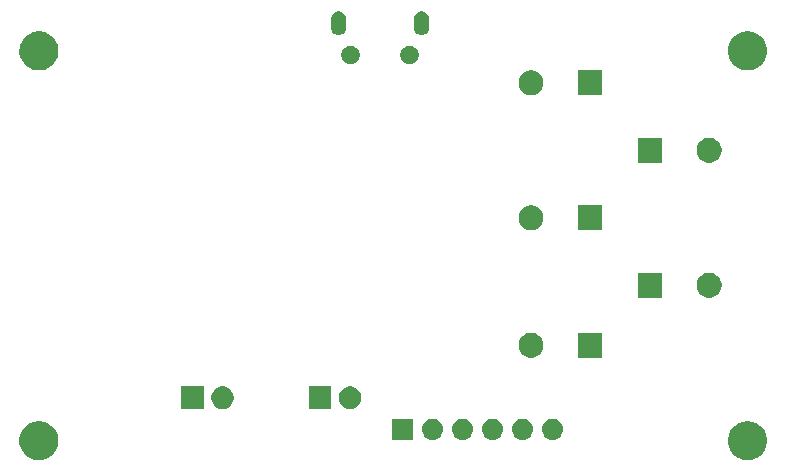
<source format=gbr>
G04 #@! TF.GenerationSoftware,KiCad,Pcbnew,(5.1.4)-1*
G04 #@! TF.CreationDate,2019-09-08T20:19:07+01:00*
G04 #@! TF.ProjectId,autoscreen,6175746f-7363-4726-9565-6e2e6b696361,rev?*
G04 #@! TF.SameCoordinates,Original*
G04 #@! TF.FileFunction,Soldermask,Bot*
G04 #@! TF.FilePolarity,Negative*
%FSLAX46Y46*%
G04 Gerber Fmt 4.6, Leading zero omitted, Abs format (unit mm)*
G04 Created by KiCad (PCBNEW (5.1.4)-1) date 2019-09-08 20:19:07*
%MOMM*%
%LPD*%
G04 APERTURE LIST*
%ADD10C,0.100000*%
G04 APERTURE END LIST*
D10*
G36*
X167375256Y-128391298D02*
G01*
X167481579Y-128412447D01*
X167694037Y-128500450D01*
X167762985Y-128529009D01*
X167782042Y-128536903D01*
X168052451Y-128717585D01*
X168282415Y-128947549D01*
X168463097Y-129217958D01*
X168587553Y-129518421D01*
X168651000Y-129837391D01*
X168651000Y-130162609D01*
X168587553Y-130481579D01*
X168463097Y-130782042D01*
X168282415Y-131052451D01*
X168052451Y-131282415D01*
X167782042Y-131463097D01*
X167481579Y-131587553D01*
X167375256Y-131608702D01*
X167162611Y-131651000D01*
X166837389Y-131651000D01*
X166624744Y-131608702D01*
X166518421Y-131587553D01*
X166217958Y-131463097D01*
X165947549Y-131282415D01*
X165717585Y-131052451D01*
X165536903Y-130782042D01*
X165412447Y-130481579D01*
X165349000Y-130162609D01*
X165349000Y-129837391D01*
X165412447Y-129518421D01*
X165536903Y-129217958D01*
X165717585Y-128947549D01*
X165947549Y-128717585D01*
X166217958Y-128536903D01*
X166237016Y-128529009D01*
X166305963Y-128500450D01*
X166518421Y-128412447D01*
X166624744Y-128391298D01*
X166837389Y-128349000D01*
X167162611Y-128349000D01*
X167375256Y-128391298D01*
X167375256Y-128391298D01*
G37*
G36*
X107375256Y-128391298D02*
G01*
X107481579Y-128412447D01*
X107694037Y-128500450D01*
X107762985Y-128529009D01*
X107782042Y-128536903D01*
X108052451Y-128717585D01*
X108282415Y-128947549D01*
X108463097Y-129217958D01*
X108587553Y-129518421D01*
X108651000Y-129837391D01*
X108651000Y-130162609D01*
X108587553Y-130481579D01*
X108463097Y-130782042D01*
X108282415Y-131052451D01*
X108052451Y-131282415D01*
X107782042Y-131463097D01*
X107481579Y-131587553D01*
X107375256Y-131608702D01*
X107162611Y-131651000D01*
X106837389Y-131651000D01*
X106624744Y-131608702D01*
X106518421Y-131587553D01*
X106217958Y-131463097D01*
X105947549Y-131282415D01*
X105717585Y-131052451D01*
X105536903Y-130782042D01*
X105412447Y-130481579D01*
X105349000Y-130162609D01*
X105349000Y-129837391D01*
X105412447Y-129518421D01*
X105536903Y-129217958D01*
X105717585Y-128947549D01*
X105947549Y-128717585D01*
X106217958Y-128536903D01*
X106237016Y-128529009D01*
X106305963Y-128500450D01*
X106518421Y-128412447D01*
X106624744Y-128391298D01*
X106837389Y-128349000D01*
X107162611Y-128349000D01*
X107375256Y-128391298D01*
X107375256Y-128391298D01*
G37*
G36*
X150605442Y-128137518D02*
G01*
X150671627Y-128144037D01*
X150841466Y-128195557D01*
X150997991Y-128279222D01*
X151033729Y-128308552D01*
X151135186Y-128391814D01*
X151218448Y-128493271D01*
X151247778Y-128529009D01*
X151331443Y-128685534D01*
X151382963Y-128855373D01*
X151400359Y-129032000D01*
X151382963Y-129208627D01*
X151331443Y-129378466D01*
X151247778Y-129534991D01*
X151218448Y-129570729D01*
X151135186Y-129672186D01*
X151033729Y-129755448D01*
X150997991Y-129784778D01*
X150841466Y-129868443D01*
X150671627Y-129919963D01*
X150605442Y-129926482D01*
X150539260Y-129933000D01*
X150450740Y-129933000D01*
X150384558Y-129926482D01*
X150318373Y-129919963D01*
X150148534Y-129868443D01*
X149992009Y-129784778D01*
X149956271Y-129755448D01*
X149854814Y-129672186D01*
X149771552Y-129570729D01*
X149742222Y-129534991D01*
X149658557Y-129378466D01*
X149607037Y-129208627D01*
X149589641Y-129032000D01*
X149607037Y-128855373D01*
X149658557Y-128685534D01*
X149742222Y-128529009D01*
X149771552Y-128493271D01*
X149854814Y-128391814D01*
X149956271Y-128308552D01*
X149992009Y-128279222D01*
X150148534Y-128195557D01*
X150318373Y-128144037D01*
X150384558Y-128137518D01*
X150450740Y-128131000D01*
X150539260Y-128131000D01*
X150605442Y-128137518D01*
X150605442Y-128137518D01*
G37*
G36*
X138696000Y-129933000D02*
G01*
X136894000Y-129933000D01*
X136894000Y-128131000D01*
X138696000Y-128131000D01*
X138696000Y-129933000D01*
X138696000Y-129933000D01*
G37*
G36*
X140445442Y-128137518D02*
G01*
X140511627Y-128144037D01*
X140681466Y-128195557D01*
X140837991Y-128279222D01*
X140873729Y-128308552D01*
X140975186Y-128391814D01*
X141058448Y-128493271D01*
X141087778Y-128529009D01*
X141171443Y-128685534D01*
X141222963Y-128855373D01*
X141240359Y-129032000D01*
X141222963Y-129208627D01*
X141171443Y-129378466D01*
X141087778Y-129534991D01*
X141058448Y-129570729D01*
X140975186Y-129672186D01*
X140873729Y-129755448D01*
X140837991Y-129784778D01*
X140681466Y-129868443D01*
X140511627Y-129919963D01*
X140445442Y-129926482D01*
X140379260Y-129933000D01*
X140290740Y-129933000D01*
X140224558Y-129926482D01*
X140158373Y-129919963D01*
X139988534Y-129868443D01*
X139832009Y-129784778D01*
X139796271Y-129755448D01*
X139694814Y-129672186D01*
X139611552Y-129570729D01*
X139582222Y-129534991D01*
X139498557Y-129378466D01*
X139447037Y-129208627D01*
X139429641Y-129032000D01*
X139447037Y-128855373D01*
X139498557Y-128685534D01*
X139582222Y-128529009D01*
X139611552Y-128493271D01*
X139694814Y-128391814D01*
X139796271Y-128308552D01*
X139832009Y-128279222D01*
X139988534Y-128195557D01*
X140158373Y-128144037D01*
X140224558Y-128137518D01*
X140290740Y-128131000D01*
X140379260Y-128131000D01*
X140445442Y-128137518D01*
X140445442Y-128137518D01*
G37*
G36*
X142985442Y-128137518D02*
G01*
X143051627Y-128144037D01*
X143221466Y-128195557D01*
X143377991Y-128279222D01*
X143413729Y-128308552D01*
X143515186Y-128391814D01*
X143598448Y-128493271D01*
X143627778Y-128529009D01*
X143711443Y-128685534D01*
X143762963Y-128855373D01*
X143780359Y-129032000D01*
X143762963Y-129208627D01*
X143711443Y-129378466D01*
X143627778Y-129534991D01*
X143598448Y-129570729D01*
X143515186Y-129672186D01*
X143413729Y-129755448D01*
X143377991Y-129784778D01*
X143221466Y-129868443D01*
X143051627Y-129919963D01*
X142985442Y-129926482D01*
X142919260Y-129933000D01*
X142830740Y-129933000D01*
X142764558Y-129926482D01*
X142698373Y-129919963D01*
X142528534Y-129868443D01*
X142372009Y-129784778D01*
X142336271Y-129755448D01*
X142234814Y-129672186D01*
X142151552Y-129570729D01*
X142122222Y-129534991D01*
X142038557Y-129378466D01*
X141987037Y-129208627D01*
X141969641Y-129032000D01*
X141987037Y-128855373D01*
X142038557Y-128685534D01*
X142122222Y-128529009D01*
X142151552Y-128493271D01*
X142234814Y-128391814D01*
X142336271Y-128308552D01*
X142372009Y-128279222D01*
X142528534Y-128195557D01*
X142698373Y-128144037D01*
X142764558Y-128137518D01*
X142830740Y-128131000D01*
X142919260Y-128131000D01*
X142985442Y-128137518D01*
X142985442Y-128137518D01*
G37*
G36*
X145525442Y-128137518D02*
G01*
X145591627Y-128144037D01*
X145761466Y-128195557D01*
X145917991Y-128279222D01*
X145953729Y-128308552D01*
X146055186Y-128391814D01*
X146138448Y-128493271D01*
X146167778Y-128529009D01*
X146251443Y-128685534D01*
X146302963Y-128855373D01*
X146320359Y-129032000D01*
X146302963Y-129208627D01*
X146251443Y-129378466D01*
X146167778Y-129534991D01*
X146138448Y-129570729D01*
X146055186Y-129672186D01*
X145953729Y-129755448D01*
X145917991Y-129784778D01*
X145761466Y-129868443D01*
X145591627Y-129919963D01*
X145525442Y-129926482D01*
X145459260Y-129933000D01*
X145370740Y-129933000D01*
X145304558Y-129926482D01*
X145238373Y-129919963D01*
X145068534Y-129868443D01*
X144912009Y-129784778D01*
X144876271Y-129755448D01*
X144774814Y-129672186D01*
X144691552Y-129570729D01*
X144662222Y-129534991D01*
X144578557Y-129378466D01*
X144527037Y-129208627D01*
X144509641Y-129032000D01*
X144527037Y-128855373D01*
X144578557Y-128685534D01*
X144662222Y-128529009D01*
X144691552Y-128493271D01*
X144774814Y-128391814D01*
X144876271Y-128308552D01*
X144912009Y-128279222D01*
X145068534Y-128195557D01*
X145238373Y-128144037D01*
X145304558Y-128137518D01*
X145370740Y-128131000D01*
X145459260Y-128131000D01*
X145525442Y-128137518D01*
X145525442Y-128137518D01*
G37*
G36*
X148065442Y-128137518D02*
G01*
X148131627Y-128144037D01*
X148301466Y-128195557D01*
X148457991Y-128279222D01*
X148493729Y-128308552D01*
X148595186Y-128391814D01*
X148678448Y-128493271D01*
X148707778Y-128529009D01*
X148791443Y-128685534D01*
X148842963Y-128855373D01*
X148860359Y-129032000D01*
X148842963Y-129208627D01*
X148791443Y-129378466D01*
X148707778Y-129534991D01*
X148678448Y-129570729D01*
X148595186Y-129672186D01*
X148493729Y-129755448D01*
X148457991Y-129784778D01*
X148301466Y-129868443D01*
X148131627Y-129919963D01*
X148065442Y-129926482D01*
X147999260Y-129933000D01*
X147910740Y-129933000D01*
X147844558Y-129926482D01*
X147778373Y-129919963D01*
X147608534Y-129868443D01*
X147452009Y-129784778D01*
X147416271Y-129755448D01*
X147314814Y-129672186D01*
X147231552Y-129570729D01*
X147202222Y-129534991D01*
X147118557Y-129378466D01*
X147067037Y-129208627D01*
X147049641Y-129032000D01*
X147067037Y-128855373D01*
X147118557Y-128685534D01*
X147202222Y-128529009D01*
X147231552Y-128493271D01*
X147314814Y-128391814D01*
X147416271Y-128308552D01*
X147452009Y-128279222D01*
X147608534Y-128195557D01*
X147778373Y-128144037D01*
X147844558Y-128137518D01*
X147910740Y-128131000D01*
X147999260Y-128131000D01*
X148065442Y-128137518D01*
X148065442Y-128137518D01*
G37*
G36*
X120966000Y-127316000D02*
G01*
X119064000Y-127316000D01*
X119064000Y-125414000D01*
X120966000Y-125414000D01*
X120966000Y-127316000D01*
X120966000Y-127316000D01*
G37*
G36*
X131761000Y-127316000D02*
G01*
X129859000Y-127316000D01*
X129859000Y-125414000D01*
X131761000Y-125414000D01*
X131761000Y-127316000D01*
X131761000Y-127316000D01*
G37*
G36*
X133627395Y-125450546D02*
G01*
X133800466Y-125522234D01*
X133800467Y-125522235D01*
X133956227Y-125626310D01*
X134088690Y-125758773D01*
X134088691Y-125758775D01*
X134192766Y-125914534D01*
X134264454Y-126087605D01*
X134301000Y-126271333D01*
X134301000Y-126458667D01*
X134264454Y-126642395D01*
X134192766Y-126815466D01*
X134192765Y-126815467D01*
X134088690Y-126971227D01*
X133956227Y-127103690D01*
X133877818Y-127156081D01*
X133800466Y-127207766D01*
X133627395Y-127279454D01*
X133443667Y-127316000D01*
X133256333Y-127316000D01*
X133072605Y-127279454D01*
X132899534Y-127207766D01*
X132822182Y-127156081D01*
X132743773Y-127103690D01*
X132611310Y-126971227D01*
X132507235Y-126815467D01*
X132507234Y-126815466D01*
X132435546Y-126642395D01*
X132399000Y-126458667D01*
X132399000Y-126271333D01*
X132435546Y-126087605D01*
X132507234Y-125914534D01*
X132611309Y-125758775D01*
X132611310Y-125758773D01*
X132743773Y-125626310D01*
X132899533Y-125522235D01*
X132899534Y-125522234D01*
X133072605Y-125450546D01*
X133256333Y-125414000D01*
X133443667Y-125414000D01*
X133627395Y-125450546D01*
X133627395Y-125450546D01*
G37*
G36*
X122832395Y-125450546D02*
G01*
X123005466Y-125522234D01*
X123005467Y-125522235D01*
X123161227Y-125626310D01*
X123293690Y-125758773D01*
X123293691Y-125758775D01*
X123397766Y-125914534D01*
X123469454Y-126087605D01*
X123506000Y-126271333D01*
X123506000Y-126458667D01*
X123469454Y-126642395D01*
X123397766Y-126815466D01*
X123397765Y-126815467D01*
X123293690Y-126971227D01*
X123161227Y-127103690D01*
X123082818Y-127156081D01*
X123005466Y-127207766D01*
X122832395Y-127279454D01*
X122648667Y-127316000D01*
X122461333Y-127316000D01*
X122277605Y-127279454D01*
X122104534Y-127207766D01*
X122027182Y-127156081D01*
X121948773Y-127103690D01*
X121816310Y-126971227D01*
X121712235Y-126815467D01*
X121712234Y-126815466D01*
X121640546Y-126642395D01*
X121604000Y-126458667D01*
X121604000Y-126271333D01*
X121640546Y-126087605D01*
X121712234Y-125914534D01*
X121816309Y-125758775D01*
X121816310Y-125758773D01*
X121948773Y-125626310D01*
X122104533Y-125522235D01*
X122104534Y-125522234D01*
X122277605Y-125450546D01*
X122461333Y-125414000D01*
X122648667Y-125414000D01*
X122832395Y-125450546D01*
X122832395Y-125450546D01*
G37*
G36*
X154721000Y-122971000D02*
G01*
X152619000Y-122971000D01*
X152619000Y-120869000D01*
X154721000Y-120869000D01*
X154721000Y-122971000D01*
X154721000Y-122971000D01*
G37*
G36*
X148976564Y-120909389D02*
G01*
X149167833Y-120988615D01*
X149167835Y-120988616D01*
X149339973Y-121103635D01*
X149486365Y-121250027D01*
X149601385Y-121422167D01*
X149680611Y-121613436D01*
X149721000Y-121816484D01*
X149721000Y-122023516D01*
X149680611Y-122226564D01*
X149601385Y-122417833D01*
X149601384Y-122417835D01*
X149486365Y-122589973D01*
X149339973Y-122736365D01*
X149167835Y-122851384D01*
X149167834Y-122851385D01*
X149167833Y-122851385D01*
X148976564Y-122930611D01*
X148773516Y-122971000D01*
X148566484Y-122971000D01*
X148363436Y-122930611D01*
X148172167Y-122851385D01*
X148172166Y-122851385D01*
X148172165Y-122851384D01*
X148000027Y-122736365D01*
X147853635Y-122589973D01*
X147738616Y-122417835D01*
X147738615Y-122417833D01*
X147659389Y-122226564D01*
X147619000Y-122023516D01*
X147619000Y-121816484D01*
X147659389Y-121613436D01*
X147738615Y-121422167D01*
X147853635Y-121250027D01*
X148000027Y-121103635D01*
X148172165Y-120988616D01*
X148172167Y-120988615D01*
X148363436Y-120909389D01*
X148566484Y-120869000D01*
X148773516Y-120869000D01*
X148976564Y-120909389D01*
X148976564Y-120909389D01*
G37*
G36*
X159801000Y-117891000D02*
G01*
X157699000Y-117891000D01*
X157699000Y-115789000D01*
X159801000Y-115789000D01*
X159801000Y-117891000D01*
X159801000Y-117891000D01*
G37*
G36*
X164056564Y-115829389D02*
G01*
X164247833Y-115908615D01*
X164247835Y-115908616D01*
X164419973Y-116023635D01*
X164566365Y-116170027D01*
X164681385Y-116342167D01*
X164760611Y-116533436D01*
X164801000Y-116736484D01*
X164801000Y-116943516D01*
X164760611Y-117146564D01*
X164681385Y-117337833D01*
X164681384Y-117337835D01*
X164566365Y-117509973D01*
X164419973Y-117656365D01*
X164247835Y-117771384D01*
X164247834Y-117771385D01*
X164247833Y-117771385D01*
X164056564Y-117850611D01*
X163853516Y-117891000D01*
X163646484Y-117891000D01*
X163443436Y-117850611D01*
X163252167Y-117771385D01*
X163252166Y-117771385D01*
X163252165Y-117771384D01*
X163080027Y-117656365D01*
X162933635Y-117509973D01*
X162818616Y-117337835D01*
X162818615Y-117337833D01*
X162739389Y-117146564D01*
X162699000Y-116943516D01*
X162699000Y-116736484D01*
X162739389Y-116533436D01*
X162818615Y-116342167D01*
X162933635Y-116170027D01*
X163080027Y-116023635D01*
X163252165Y-115908616D01*
X163252167Y-115908615D01*
X163443436Y-115829389D01*
X163646484Y-115789000D01*
X163853516Y-115789000D01*
X164056564Y-115829389D01*
X164056564Y-115829389D01*
G37*
G36*
X148976564Y-110114389D02*
G01*
X149167833Y-110193615D01*
X149167835Y-110193616D01*
X149339973Y-110308635D01*
X149486365Y-110455027D01*
X149601385Y-110627167D01*
X149680611Y-110818436D01*
X149721000Y-111021484D01*
X149721000Y-111228516D01*
X149680611Y-111431564D01*
X149601385Y-111622833D01*
X149601384Y-111622835D01*
X149486365Y-111794973D01*
X149339973Y-111941365D01*
X149167835Y-112056384D01*
X149167834Y-112056385D01*
X149167833Y-112056385D01*
X148976564Y-112135611D01*
X148773516Y-112176000D01*
X148566484Y-112176000D01*
X148363436Y-112135611D01*
X148172167Y-112056385D01*
X148172166Y-112056385D01*
X148172165Y-112056384D01*
X148000027Y-111941365D01*
X147853635Y-111794973D01*
X147738616Y-111622835D01*
X147738615Y-111622833D01*
X147659389Y-111431564D01*
X147619000Y-111228516D01*
X147619000Y-111021484D01*
X147659389Y-110818436D01*
X147738615Y-110627167D01*
X147853635Y-110455027D01*
X148000027Y-110308635D01*
X148172165Y-110193616D01*
X148172167Y-110193615D01*
X148363436Y-110114389D01*
X148566484Y-110074000D01*
X148773516Y-110074000D01*
X148976564Y-110114389D01*
X148976564Y-110114389D01*
G37*
G36*
X154721000Y-112176000D02*
G01*
X152619000Y-112176000D01*
X152619000Y-110074000D01*
X154721000Y-110074000D01*
X154721000Y-112176000D01*
X154721000Y-112176000D01*
G37*
G36*
X164056564Y-104399389D02*
G01*
X164247833Y-104478615D01*
X164247835Y-104478616D01*
X164419973Y-104593635D01*
X164566365Y-104740027D01*
X164681385Y-104912167D01*
X164760611Y-105103436D01*
X164801000Y-105306484D01*
X164801000Y-105513516D01*
X164760611Y-105716564D01*
X164681385Y-105907833D01*
X164681384Y-105907835D01*
X164566365Y-106079973D01*
X164419973Y-106226365D01*
X164247835Y-106341384D01*
X164247834Y-106341385D01*
X164247833Y-106341385D01*
X164056564Y-106420611D01*
X163853516Y-106461000D01*
X163646484Y-106461000D01*
X163443436Y-106420611D01*
X163252167Y-106341385D01*
X163252166Y-106341385D01*
X163252165Y-106341384D01*
X163080027Y-106226365D01*
X162933635Y-106079973D01*
X162818616Y-105907835D01*
X162818615Y-105907833D01*
X162739389Y-105716564D01*
X162699000Y-105513516D01*
X162699000Y-105306484D01*
X162739389Y-105103436D01*
X162818615Y-104912167D01*
X162933635Y-104740027D01*
X163080027Y-104593635D01*
X163252165Y-104478616D01*
X163252167Y-104478615D01*
X163443436Y-104399389D01*
X163646484Y-104359000D01*
X163853516Y-104359000D01*
X164056564Y-104399389D01*
X164056564Y-104399389D01*
G37*
G36*
X159801000Y-106461000D02*
G01*
X157699000Y-106461000D01*
X157699000Y-104359000D01*
X159801000Y-104359000D01*
X159801000Y-106461000D01*
X159801000Y-106461000D01*
G37*
G36*
X154721000Y-100746000D02*
G01*
X152619000Y-100746000D01*
X152619000Y-98644000D01*
X154721000Y-98644000D01*
X154721000Y-100746000D01*
X154721000Y-100746000D01*
G37*
G36*
X148976564Y-98684389D02*
G01*
X149167833Y-98763615D01*
X149167835Y-98763616D01*
X149339973Y-98878635D01*
X149486365Y-99025027D01*
X149601385Y-99197167D01*
X149680611Y-99388436D01*
X149721000Y-99591484D01*
X149721000Y-99798516D01*
X149680611Y-100001564D01*
X149601385Y-100192833D01*
X149601384Y-100192835D01*
X149486365Y-100364973D01*
X149339973Y-100511365D01*
X149167835Y-100626384D01*
X149167834Y-100626385D01*
X149167833Y-100626385D01*
X148976564Y-100705611D01*
X148773516Y-100746000D01*
X148566484Y-100746000D01*
X148363436Y-100705611D01*
X148172167Y-100626385D01*
X148172166Y-100626385D01*
X148172165Y-100626384D01*
X148000027Y-100511365D01*
X147853635Y-100364973D01*
X147738616Y-100192835D01*
X147738615Y-100192833D01*
X147659389Y-100001564D01*
X147619000Y-99798516D01*
X147619000Y-99591484D01*
X147659389Y-99388436D01*
X147738615Y-99197167D01*
X147853635Y-99025027D01*
X148000027Y-98878635D01*
X148172165Y-98763616D01*
X148172167Y-98763615D01*
X148363436Y-98684389D01*
X148566484Y-98644000D01*
X148773516Y-98644000D01*
X148976564Y-98684389D01*
X148976564Y-98684389D01*
G37*
G36*
X107375256Y-95391298D02*
G01*
X107481579Y-95412447D01*
X107782042Y-95536903D01*
X108052451Y-95717585D01*
X108282415Y-95947549D01*
X108282416Y-95947551D01*
X108463098Y-96217960D01*
X108587553Y-96518422D01*
X108632571Y-96744739D01*
X108651000Y-96837391D01*
X108651000Y-97162609D01*
X108587553Y-97481579D01*
X108463097Y-97782042D01*
X108282415Y-98052451D01*
X108052451Y-98282415D01*
X107782042Y-98463097D01*
X107481579Y-98587553D01*
X107375256Y-98608702D01*
X107162611Y-98651000D01*
X106837389Y-98651000D01*
X106624744Y-98608702D01*
X106518421Y-98587553D01*
X106217958Y-98463097D01*
X105947549Y-98282415D01*
X105717585Y-98052451D01*
X105536903Y-97782042D01*
X105412447Y-97481579D01*
X105349000Y-97162609D01*
X105349000Y-96837391D01*
X105367430Y-96744739D01*
X105412447Y-96518422D01*
X105536902Y-96217960D01*
X105717584Y-95947551D01*
X105717585Y-95947549D01*
X105947549Y-95717585D01*
X106217958Y-95536903D01*
X106518421Y-95412447D01*
X106624744Y-95391298D01*
X106837389Y-95349000D01*
X107162611Y-95349000D01*
X107375256Y-95391298D01*
X107375256Y-95391298D01*
G37*
G36*
X167375256Y-95391298D02*
G01*
X167481579Y-95412447D01*
X167782042Y-95536903D01*
X168052451Y-95717585D01*
X168282415Y-95947549D01*
X168282416Y-95947551D01*
X168463098Y-96217960D01*
X168587553Y-96518422D01*
X168632571Y-96744739D01*
X168651000Y-96837391D01*
X168651000Y-97162609D01*
X168587553Y-97481579D01*
X168463097Y-97782042D01*
X168282415Y-98052451D01*
X168052451Y-98282415D01*
X167782042Y-98463097D01*
X167481579Y-98587553D01*
X167375256Y-98608702D01*
X167162611Y-98651000D01*
X166837389Y-98651000D01*
X166624744Y-98608702D01*
X166518421Y-98587553D01*
X166217958Y-98463097D01*
X165947549Y-98282415D01*
X165717585Y-98052451D01*
X165536903Y-97782042D01*
X165412447Y-97481579D01*
X165349000Y-97162609D01*
X165349000Y-96837391D01*
X165367430Y-96744739D01*
X165412447Y-96518422D01*
X165536902Y-96217960D01*
X165717584Y-95947551D01*
X165717585Y-95947549D01*
X165947549Y-95717585D01*
X166217958Y-95536903D01*
X166518421Y-95412447D01*
X166624744Y-95391298D01*
X166837389Y-95349000D01*
X167162611Y-95349000D01*
X167375256Y-95391298D01*
X167375256Y-95391298D01*
G37*
G36*
X133616348Y-96601320D02*
G01*
X133616350Y-96601321D01*
X133616351Y-96601321D01*
X133757574Y-96659817D01*
X133757577Y-96659819D01*
X133884669Y-96744739D01*
X133992761Y-96852831D01*
X134077681Y-96979923D01*
X134077683Y-96979926D01*
X134136179Y-97121149D01*
X134136180Y-97121152D01*
X134166000Y-97271069D01*
X134166000Y-97423929D01*
X134136179Y-97573851D01*
X134077683Y-97715074D01*
X134077681Y-97715077D01*
X133992761Y-97842169D01*
X133884669Y-97950261D01*
X133757577Y-98035181D01*
X133757574Y-98035183D01*
X133616351Y-98093679D01*
X133616350Y-98093679D01*
X133616348Y-98093680D01*
X133466431Y-98123500D01*
X133313569Y-98123500D01*
X133163652Y-98093680D01*
X133163650Y-98093679D01*
X133163649Y-98093679D01*
X133022426Y-98035183D01*
X133022423Y-98035181D01*
X132895331Y-97950261D01*
X132787239Y-97842169D01*
X132702319Y-97715077D01*
X132702317Y-97715074D01*
X132643821Y-97573851D01*
X132614000Y-97423929D01*
X132614000Y-97271069D01*
X132643820Y-97121152D01*
X132643821Y-97121149D01*
X132702317Y-96979926D01*
X132702319Y-96979923D01*
X132787239Y-96852831D01*
X132895331Y-96744739D01*
X133022423Y-96659819D01*
X133022426Y-96659817D01*
X133163649Y-96601321D01*
X133163650Y-96601321D01*
X133163652Y-96601320D01*
X133313569Y-96571500D01*
X133466431Y-96571500D01*
X133616348Y-96601320D01*
X133616348Y-96601320D01*
G37*
G36*
X138616348Y-96601320D02*
G01*
X138616350Y-96601321D01*
X138616351Y-96601321D01*
X138757574Y-96659817D01*
X138757577Y-96659819D01*
X138884669Y-96744739D01*
X138992761Y-96852831D01*
X139077681Y-96979923D01*
X139077683Y-96979926D01*
X139136179Y-97121149D01*
X139136180Y-97121152D01*
X139166000Y-97271069D01*
X139166000Y-97423929D01*
X139136179Y-97573851D01*
X139077683Y-97715074D01*
X139077681Y-97715077D01*
X138992761Y-97842169D01*
X138884669Y-97950261D01*
X138757577Y-98035181D01*
X138757574Y-98035183D01*
X138616351Y-98093679D01*
X138616350Y-98093679D01*
X138616348Y-98093680D01*
X138466431Y-98123500D01*
X138313569Y-98123500D01*
X138163652Y-98093680D01*
X138163650Y-98093679D01*
X138163649Y-98093679D01*
X138022426Y-98035183D01*
X138022423Y-98035181D01*
X137895331Y-97950261D01*
X137787239Y-97842169D01*
X137702319Y-97715077D01*
X137702317Y-97715074D01*
X137643821Y-97573851D01*
X137614000Y-97423929D01*
X137614000Y-97271069D01*
X137643820Y-97121152D01*
X137643821Y-97121149D01*
X137702317Y-96979926D01*
X137702319Y-96979923D01*
X137787239Y-96852831D01*
X137895331Y-96744739D01*
X138022423Y-96659819D01*
X138022426Y-96659817D01*
X138163649Y-96601321D01*
X138163650Y-96601321D01*
X138163652Y-96601320D01*
X138313569Y-96571500D01*
X138466431Y-96571500D01*
X138616348Y-96601320D01*
X138616348Y-96601320D01*
G37*
G36*
X139517617Y-93655920D02*
G01*
X139608403Y-93683460D01*
X139640335Y-93693146D01*
X139753424Y-93753594D01*
X139852554Y-93834947D01*
X139933906Y-93934075D01*
X139994354Y-94047164D01*
X140004040Y-94079096D01*
X140031580Y-94169882D01*
X140041000Y-94265527D01*
X140041000Y-95029473D01*
X140031580Y-95125118D01*
X140004040Y-95215904D01*
X139994354Y-95247836D01*
X139933906Y-95360925D01*
X139852554Y-95460054D01*
X139753425Y-95541406D01*
X139640336Y-95601854D01*
X139608404Y-95611540D01*
X139517618Y-95639080D01*
X139390000Y-95651649D01*
X139262383Y-95639080D01*
X139171597Y-95611540D01*
X139139665Y-95601854D01*
X139026576Y-95541406D01*
X138927447Y-95460054D01*
X138846095Y-95360925D01*
X138785648Y-95247837D01*
X138785645Y-95247832D01*
X138748420Y-95125118D01*
X138739000Y-95029473D01*
X138739000Y-94265528D01*
X138748420Y-94169883D01*
X138785645Y-94047169D01*
X138785646Y-94047165D01*
X138846094Y-93934076D01*
X138927447Y-93834946D01*
X139026575Y-93753594D01*
X139139664Y-93693146D01*
X139171596Y-93683460D01*
X139262382Y-93655920D01*
X139390000Y-93643351D01*
X139517617Y-93655920D01*
X139517617Y-93655920D01*
G37*
G36*
X132517618Y-93655920D02*
G01*
X132608404Y-93683460D01*
X132640336Y-93693146D01*
X132753425Y-93753594D01*
X132852554Y-93834946D01*
X132933906Y-93934075D01*
X132994354Y-94047164D01*
X133004040Y-94079096D01*
X133031580Y-94169882D01*
X133041000Y-94265527D01*
X133041000Y-95029473D01*
X133031580Y-95125118D01*
X133004040Y-95215904D01*
X132994354Y-95247836D01*
X132933906Y-95360925D01*
X132852554Y-95460053D01*
X132753424Y-95541406D01*
X132640335Y-95601854D01*
X132608403Y-95611540D01*
X132517617Y-95639080D01*
X132390000Y-95651649D01*
X132262382Y-95639080D01*
X132171596Y-95611540D01*
X132139664Y-95601854D01*
X132026575Y-95541406D01*
X131927447Y-95460054D01*
X131846094Y-95360924D01*
X131785646Y-95247835D01*
X131775960Y-95215903D01*
X131748420Y-95125117D01*
X131739000Y-95029472D01*
X131739000Y-94265527D01*
X131748420Y-94169882D01*
X131785645Y-94047168D01*
X131810608Y-94000466D01*
X131846095Y-93934075D01*
X131927447Y-93834946D01*
X132026576Y-93753594D01*
X132139665Y-93693146D01*
X132171597Y-93683460D01*
X132262383Y-93655920D01*
X132390000Y-93643351D01*
X132517618Y-93655920D01*
X132517618Y-93655920D01*
G37*
M02*

</source>
